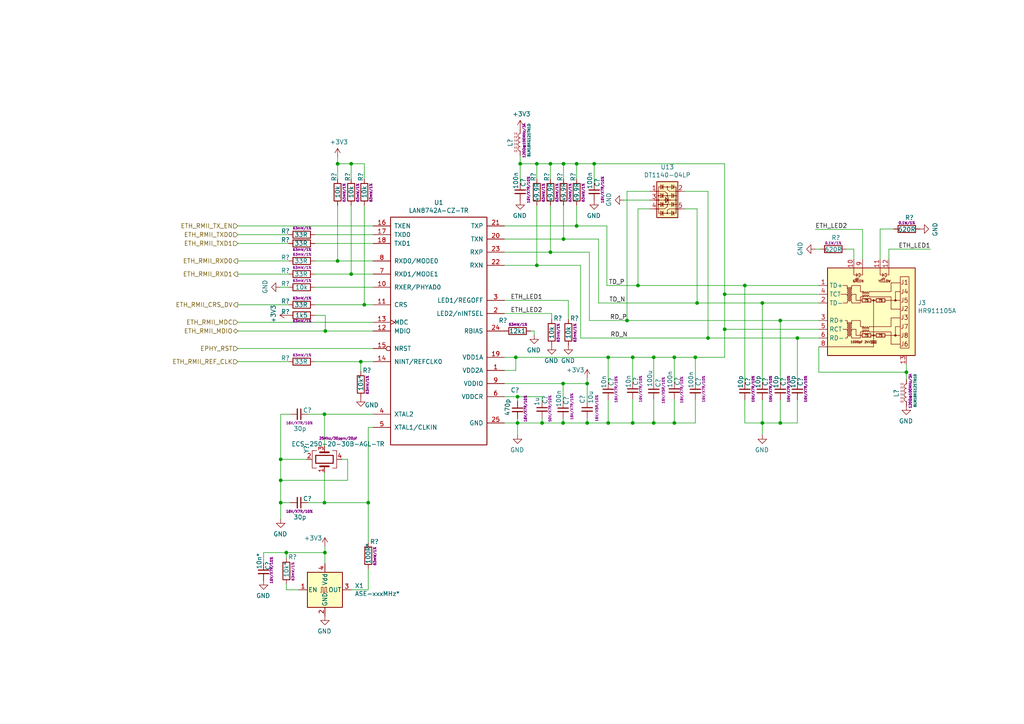
<source format=kicad_sch>
(kicad_sch (version 20231120) (generator "eeschema") (generator_version "8.0")
  (paper "A4")
  (title_block (title "Buddy") (date "2019-10-24") (rev "v1.0.0") (company "PRUSA Research s.r.o.") (comment 1 "http://creativecommons.org/licenses/by-sa/4.0/") (comment 2 "Licensed under the Attribution-ShareAlike 4.0 International (CC BY-SA 4.0)"))
  (lib_symbols
    (symbol "BUDDY_v1.0.0-rescue:+3V3-power" (power) (pin_names (offset 0))
      (property "Value" "power:+3V3" (at 0 3.556 0))
      (symbol "+3V3-power_1_1"
        (pin power_in line (at 0 0 90) (length 0) hide (name "+3V3") (number "1"))
      )
    )
    (symbol "BUDDY_v1.0.0-rescue:DT1140-04LP-Power_Protection" (pin_names (offset 1.016))
      (property "Reference" "U" (at -6.985 -2.54 0))
      (property "Value" "Power_Protection:DT1140-04LP" (at 6.35 1.27 90))
      (symbol "DT1140-04LP-Power_Protection_1_1"
        (pin passive line (at -2.54 -5.08 90) (length 2.54) (name "~") (number "1"))
        (pin passive line (at -2.54 5.08 270) (length 2.54) (name "~") (number "2"))
        (pin passive line (at 0 -5.08 90) (length 2.54) (name "~") (number "3"))
        (pin passive line (at 2.54 -5.08 90) (length 2.54) (name "~") (number "4"))
        (pin passive line (at 2.54 5.08 270) (length 2.54) (name "~") (number "5"))
      )
    )
    (symbol "BUDDY_v1.0.0-rescue:GND-power" (power) (pin_names (offset 0))
      (property "Value" "power:GND" (at 0 -3.81 0))
      (symbol "GND-power_1_1"
        (pin power_in line (at 0 0 270) (length 0) hide (name "GND") (number "1"))
      )
    )
    (symbol "BUDDY_v1.0.0-rescue:HR911105-Connector"
      (property "Reference" "J" (at 12.7 13.97 0))
      (property "Value" "Connector:HR911105" (at 0 -13.97 0))
      (symbol "HR911105-Connector_0_0"
        (text "1000pF 2kV" (at 3.175 -8.763 0) (effects (font (size 0.635 0.635))))
        (text "75" (at -2.667 -6.858 0) (effects (font (size 0.635 0.635))))
        (text "75" (at -2.667 3.302 0) (effects (font (size 0.635 0.635))))
        (text "75" (at 1.397 -6.858 0) (effects (font (size 0.635 0.635))))
        (text "75" (at 1.397 3.302 0) (effects (font (size 0.635 0.635))))
        (text "GREEN" (at 3.81 8.89 0) (effects (font (size 0.635 0.635))))
        (text "J1" (at -10.795 8.509 0) (effects (font (size 1.27 1.27)) (justify left)))
        (text "J2" (at -10.795 0.889 0) (effects (font (size 1.27 1.27)) (justify left)))
        (text "J3" (at -10.795 -1.651 0) (effects (font (size 1.27 1.27)) (justify left)))
        (text "J4" (at -10.795 5.842 0) (effects (font (size 1.27 1.27)) (justify left)))
        (text "J5" (at -10.795 3.302 0) (effects (font (size 1.27 1.27)) (justify left)))
        (text "J6" (at -10.795 -9.398 0) (effects (font (size 1.27 1.27)) (justify left)))
        (text "J7" (at -10.795 -4.318 0) (effects (font (size 1.27 1.27)) (justify left)))
        (text "J8" (at -10.795 -6.858 0) (effects (font (size 1.27 1.27)) (justify left)))
        (text "YELLOW" (at -3.81 8.89 0) (effects (font (size 0.635 0.635))))
      )
      (symbol "HR911105-Connector_1_1"
        (pin passive line (at 15.24 7.62 180) (length 2.54) (name "TD+") (number "1"))
        (pin passive line (at 5.08 15.24 270) (length 2.54) (name "~") (number "10"))
        (pin passive line (at -2.54 15.24 270) (length 2.54) (name "~") (number "11"))
        (pin passive line (at -5.08 15.24 270) (length 2.54) (name "~") (number "12"))
        (pin passive line (at -10.16 -15.24 90) (length 2.54) (name "~") (number "13"))
        (pin passive line (at 15.24 2.54 180) (length 2.54) (name "TD-") (number "2"))
        (pin passive line (at 15.24 -2.54 180) (length 2.54) (name "RD+") (number "3"))
        (pin passive line (at 15.24 5.08 180) (length 2.54) (name "TCT") (number "4"))
        (pin passive line (at 15.24 -5.08 180) (length 2.54) (name "RCT") (number "5"))
        (pin passive line (at 15.24 -7.62 180) (length 2.54) (name "RD-") (number "6"))
        (pin passive line (at 15.24 -10.16 180) (length 2.54) (name "~") (number "8"))
        (pin passive line (at 2.54 15.24 270) (length 2.54) (name "~") (number "9"))
      )
    )
    (symbol "BUDDY_v1.0.0-rescue:LAN8742A-CZ-TR-Interface_Ethernet" (pin_names (offset 1.016))
      (property "Reference" "U" (at -7.62 28.575 0))
      (property "Value" "Interface_Ethernet:LAN8742A-CZ-TR" (at -7.62 26.67 0))
      (symbol "LAN8742A-CZ-TR-Interface_Ethernet_1_1"
        (pin power_in line (at 17.78 -19.05 180) (length 5.08) (name "VDD2A") (number "1"))
        (pin output line (at -20.32 5.08 0) (length 5.08) (name "RXER/PHYAD0") (number "10"))
        (pin bidirectional line (at -20.32 0 0) (length 5.08) (name "CRS") (number "11"))
        (pin bidirectional line (at -20.32 -7.62 0) (length 5.08) (name "MDIO") (number "12"))
        (pin input clock (at -20.32 -5.08 0) (length 5.08) (name "MDC") (number "13"))
        (pin output line (at -20.32 -16.51 0) (length 5.08) (name "NINT/REFCLK0") (number "14"))
        (pin input inverted (at -20.32 -12.7 0) (length 5.08) (name "NRST") (number "15"))
        (pin input line (at -20.32 22.86 0) (length 5.08) (name "TXEN") (number "16"))
        (pin input line (at -20.32 20.32 0) (length 5.08) (name "TXD0") (number "17"))
        (pin input line (at -20.32 17.78 0) (length 5.08) (name "TXD1") (number "18"))
        (pin power_in line (at 17.78 -15.24 180) (length 5.08) (name "VDD1A") (number "19"))
        (pin bidirectional line (at 17.78 -2.54 180) (length 5.08) (name "LED2/nINTSEL") (number "2"))
        (pin output line (at 17.78 19.05 180) (length 5.08) (name "TXN") (number "20"))
        (pin output line (at 17.78 22.86 180) (length 5.08) (name "TXP") (number "21"))
        (pin output line (at 17.78 11.43 180) (length 5.08) (name "RXN") (number "22"))
        (pin output line (at 17.78 15.24 180) (length 5.08) (name "RXP") (number "23"))
        (pin input line (at 17.78 -7.62 180) (length 5.08) (name "RBIAS") (number "24"))
        (pin power_in line (at 17.78 -34.29 180) (length 5.08) (name "GND") (number "25"))
        (pin bidirectional line (at 17.78 1.27 180) (length 5.08) (name "LED1/REGOFF") (number "3"))
        (pin passive line (at -20.32 -31.75 0) (length 5.08) (name "XTAL2") (number "4"))
        (pin passive line (at -20.32 -35.56 0) (length 5.08) (name "XTAL1/CLKIN") (number "5"))
        (pin power_in line (at 17.78 -26.67 180) (length 5.08) (name "VDDCR") (number "6"))
        (pin output line (at -20.32 8.89 0) (length 5.08) (name "RXD1/MODE1") (number "7"))
        (pin output line (at -20.32 12.7 0) (length 5.08) (name "RXD0/MODE0") (number "8"))
        (pin power_in line (at 17.78 -22.86 180) (length 5.08) (name "VDDIO") (number "9"))
      )
    )
    (symbol "BUDDY_v1.0.0-rescue:L_Core_Ferrite-Device" (pin_numbers hide) (pin_names (offset 1.016) hide)
      (property "Reference" "L" (at -1.27 0 90))
      (property "Value" "Device:L_Core_Ferrite" (at 2.794 0 90))
      (symbol "L_Core_Ferrite-Device_1_1"
        (pin passive line (at 0 3.81 270) (length 1.27) (name "1") (number "1"))
        (pin passive line (at 0 -3.81 90) (length 1.27) (name "2") (number "2"))
      )
    )
    (symbol "Device:C_Small" (pin_numbers hide) (pin_names (offset 0.254) hide)
      (property "Reference" "C" (at 0.254 1.778 0))
      (property "Value" "C_Small" (at 0.254 -2.032 0))
      (symbol "C_Small_1_1"
        (pin passive line (at 0 2.54 270) (length 2.032) (name "~") (number "1"))
        (pin passive line (at 0 -2.54 90) (length 2.032) (name "~") (number "2"))
      )
    )
    (symbol "Device:Crystal_GND24" (pin_names (offset 1.016) hide)
      (property "Reference" "Y" (at 3.175 5.08 0))
      (property "Value" "Crystal_GND24" (at 3.175 3.175 0))
      (symbol "Crystal_GND24_1_1"
        (pin passive line (at -3.81 0 0) (length 1.27) (name "1") (number "1"))
        (pin passive line (at 0 5.08 270) (length 1.27) (name "2") (number "2"))
        (pin passive line (at 3.81 0 180) (length 1.27) (name "3") (number "3"))
        (pin passive line (at 0 -5.08 90) (length 1.27) (name "4") (number "4"))
      )
    )
    (symbol "Device:R" (pin_numbers hide) (pin_names (offset 0))
      (property "Reference" "R" (at 2.032 0 90))
      (property "Value" "R" (at 0 0 90))
      (symbol "R_1_1"
        (pin passive line (at 0 3.81 270) (length 1.27) (name "~") (number "1"))
        (pin passive line (at 0 -3.81 90) (length 1.27) (name "~") (number "2"))
      )
    )
    (symbol "Oscillator:ASE-xxxMHz" (pin_names (offset 0.254))
      (property "Reference" "X" (at -5.08 6.35 0))
      (property "Value" "ASE-xxxMHz" (at 1.27 -6.35 0))
      (symbol "ASE-xxxMHz_1_1"
        (pin input line (at -7.62 0 0) (length 2.54) (name "EN") (number "1"))
        (pin power_in line (at 0 -7.62 90) (length 2.54) (name "GND") (number "2"))
        (pin output line (at 7.62 0 180) (length 2.54) (name "OUT") (number "3"))
        (pin power_in line (at 0 7.62 270) (length 2.54) (name "Vdd") (number "4"))
      )
    )
  )
  (junction (at 157.226 122.682))
  (junction (at 163.322 122.682))
  (junction (at 221.107 122.682))
  (junction (at 94.107 145.796))
  (junction (at 150.876 47.498))
  (junction (at 81.407 133.223))
  (junction (at 159.639 73.152))
  (junction (at 231.267 98.044))
  (junction (at 216.027 82.804))
  (junction (at 94.234 160.274))
  (junction (at 155.702 47.498))
  (junction (at 167.259 47.498))
  (junction (at 83.058 160.274))
  (junction (at 97.917 75.692))
  (junction (at 150.114 115.062))
  (junction (at 172.339 47.498))
  (junction (at 176.403 122.682))
  (junction (at 226.314 92.964))
  (junction (at 163.449 47.498))
  (junction (at 149.606 103.632))
  (junction (at 81.407 139.319))
  (junction (at 183.515 122.682))
  (junction (at 210.185 85.344))
  (junction (at 97.917 47.498))
  (junction (at 176.403 103.632))
  (junction (at 170.307 122.682))
  (junction (at 210.185 95.504))
  (junction (at 205.359 98.044))
  (junction (at 189.611 122.682))
  (junction (at 170.307 111.252))
  (junction (at 195.58 122.682))
  (junction (at 221.107 87.884))
  (junction (at 167.259 65.532))
  (junction (at 163.449 69.342))
  (junction (at 150.114 122.682))
  (junction (at 195.58 103.632))
  (junction (at 101.854 47.498))
  (junction (at 181.864 92.964))
  (junction (at 94.107 120.142))
  (junction (at 155.702 76.962))
  (junction (at 159.639 47.498))
  (junction (at 81.407 145.796))
  (junction (at 106.807 145.796))
  (junction (at 163.322 111.252))
  (junction (at 185.039 82.804))
  (junction (at 202.184 87.884))
  (junction (at 105.664 88.392))
  (junction (at 262.89 107.95))
  (junction (at 104.648 104.902))
  (junction (at 226.314 122.682))
  (junction (at 183.515 103.632))
  (junction (at 201.676 103.632))
  (junction (at 94.361 96.012))
  (junction (at 189.611 103.632))
  (junction (at 101.854 79.502))
  (wire (pts (xy 188.468 55.499) (xy 181.864 55.499)))
  (wire (pts (xy 150.114 122.682) (xy 150.114 121.412)))
  (wire (pts (xy 167.259 65.532) (xy 176.022 65.532)))
  (wire (pts (xy 146.304 65.532) (xy 167.259 65.532)))
  (wire (pts (xy 183.515 122.682) (xy 189.611 122.682)))
  (wire (pts (xy 150.114 122.682) (xy 150.114 126.111)))
  (wire (pts (xy 247.65 75.184) (xy 247.65 72.263)))
  (wire (pts (xy 83.058 160.274) (xy 94.234 160.274)))
  (wire (pts (xy 83.058 171.069) (xy 83.058 169.418)))
  (wire (pts (xy 97.917 75.692) (xy 91.313 75.692)))
  (wire (pts (xy 94.107 129.413) (xy 94.107 120.142)))
  (wire (pts (xy 146.304 90.932) (xy 160.02 90.932)))
  (wire (pts (xy 154.94 97.155) (xy 154.94 96.012)))
  (wire (pts (xy 221.107 122.682) (xy 221.107 126.111)))
  (wire (pts (xy 108.204 83.312) (xy 91.313 83.312)))
  (wire (pts (xy 83.693 79.502) (xy 68.961 79.502)))
  (wire (pts (xy 81.407 139.319) (xy 81.407 133.223)))
  (wire (pts (xy 94.107 120.142) (xy 108.204 120.142)))
  (wire (pts (xy 195.58 115.824) (xy 195.58 122.682)))
  (wire (pts (xy 100.838 139.319) (xy 81.407 139.319)))
  (wire (pts (xy 163.449 51.943) (xy 163.449 47.498)))
  (wire (pts (xy 101.854 171.069) (xy 106.807 171.069)))
  (wire (pts (xy 81.407 120.142) (xy 84.201 120.142)))
  (wire (pts (xy 101.854 47.498) (xy 105.664 47.498)))
  (wire (pts (xy 226.314 122.682) (xy 231.267 122.682)))
  (wire (pts (xy 189.611 103.632) (xy 195.58 103.632)))
  (wire (pts (xy 216.027 122.682) (xy 221.107 122.682)))
  (wire (pts (xy 163.449 47.498) (xy 167.259 47.498)))
  (wire (pts (xy 105.664 88.392) (xy 91.313 88.392)))
  (wire (pts (xy 164.846 87.122) (xy 164.846 92.583)))
  (wire (pts (xy 150.114 122.682) (xy 157.226 122.682)))
  (wire (pts (xy 101.854 59.563) (xy 101.854 79.502)))
  (wire (pts (xy 153.924 96.012) (xy 154.94 96.012)))
  (wire (pts (xy 159.639 47.498) (xy 163.449 47.498)))
  (wire (pts (xy 94.361 96.012) (xy 68.961 96.012)))
  (wire (pts (xy 188.468 58.039) (xy 180.975 58.039)))
  (wire (pts (xy 176.403 122.682) (xy 183.515 122.682)))
  (wire (pts (xy 108.204 101.092) (xy 68.961 101.092)))
  (wire (pts (xy 195.58 110.744) (xy 195.58 103.632)))
  (wire (pts (xy 262.89 105.664) (xy 262.89 107.95)))
  (wire (pts (xy 146.304 87.122) (xy 164.846 87.122)))
  (wire (pts (xy 172.339 47.498) (xy 210.185 47.498)))
  (wire (pts (xy 83.693 68.072) (xy 68.961 68.072)))
  (wire (pts (xy 94.361 91.44) (xy 94.361 96.012)))
  (wire (pts (xy 231.267 110.871) (xy 231.267 98.044)))
  (wire (pts (xy 146.304 107.442) (xy 149.606 107.442)))
  (wire (pts (xy 172.339 53.086) (xy 172.339 47.498)))
  (wire (pts (xy 257.81 72.263) (xy 269.875 72.263)))
  (wire (pts (xy 221.107 110.871) (xy 221.107 87.884)))
  (wire (pts (xy 106.807 145.796) (xy 106.807 123.952)))
  (wire (pts (xy 237.871 72.263) (xy 236.474 72.263)))
  (wire (pts (xy 106.807 157.353) (xy 106.807 145.796)))
  (wire (pts (xy 188.468 60.579) (xy 185.039 60.579)))
  (wire (pts (xy 237.49 107.95) (xy 262.89 107.95)))
  (wire (pts (xy 236.474 66.548) (xy 250.19 66.548)))
  (wire (pts (xy 150.876 47.498) (xy 155.702 47.498)))
  (wire (pts (xy 83.693 70.612) (xy 68.961 70.612)))
  (wire (pts (xy 201.676 103.632) (xy 210.185 103.632)))
  (wire (pts (xy 198.628 60.579) (xy 202.184 60.579)))
  (wire (pts (xy 170.942 73.152) (xy 170.942 92.964)))
  (wire (pts (xy 163.322 122.682) (xy 163.322 121.412)))
  (wire (pts (xy 108.204 70.612) (xy 91.313 70.612)))
  (wire (pts (xy 195.58 122.682) (xy 189.611 122.682)))
  (wire (pts (xy 105.664 59.563) (xy 105.664 88.392)))
  (wire (pts (xy 108.204 79.502) (xy 101.854 79.502)))
  (wire (pts (xy 168.402 98.044) (xy 205.359 98.044)))
  (wire (pts (xy 83.693 75.692) (xy 68.961 75.692)))
  (wire (pts (xy 101.854 51.943) (xy 101.854 47.498)))
  (wire (pts (xy 146.304 122.682) (xy 150.114 122.682)))
  (wire (pts (xy 231.267 98.044) (xy 237.49 98.044)))
  (wire (pts (xy 173.609 87.884) (xy 202.184 87.884)))
  (wire (pts (xy 176.403 110.871) (xy 176.403 103.632)))
  (wire (pts (xy 108.204 88.392) (xy 105.664 88.392)))
  (wire (pts (xy 210.185 85.344) (xy 237.49 85.344)))
  (wire (pts (xy 176.403 115.951) (xy 176.403 122.682)))
  (wire (pts (xy 216.027 115.951) (xy 216.027 122.682)))
  (wire (pts (xy 97.917 59.563) (xy 97.917 75.692)))
  (wire (pts (xy 108.204 93.472) (xy 68.961 93.472)))
  (wire (pts (xy 106.807 123.952) (xy 108.204 123.952)))
  (wire (pts (xy 205.359 55.499) (xy 205.359 98.044)))
  (wire (pts (xy 146.304 73.152) (xy 159.639 73.152)))
  (wire (pts (xy 205.359 98.044) (xy 231.267 98.044)))
  (wire (pts (xy 159.639 59.563) (xy 159.639 73.152)))
  (wire (pts (xy 183.515 110.744) (xy 183.515 103.632)))
  (wire (pts (xy 170.307 109.728) (xy 170.307 111.252)))
  (wire (pts (xy 221.107 122.682) (xy 226.314 122.682)))
  (wire (pts (xy 250.19 66.548) (xy 250.19 75.184)))
  (wire (pts (xy 104.648 104.902) (xy 108.204 104.902)))
  (wire (pts (xy 221.107 87.884) (xy 237.49 87.884)))
  (wire (pts (xy 104.648 107.696) (xy 104.648 104.902)))
  (wire (pts (xy 255.27 75.184) (xy 255.27 66.421)))
  (wire (pts (xy 210.185 85.344) (xy 210.185 95.504)))
  (wire (pts (xy 149.606 107.442) (xy 149.606 103.632)))
  (wire (pts (xy 108.204 96.012) (xy 94.361 96.012)))
  (wire (pts (xy 167.259 59.563) (xy 167.259 65.532)))
  (wire (pts (xy 170.307 116.205) (xy 170.307 111.252)))
  (wire (pts (xy 97.917 47.498) (xy 97.917 45.593)))
  (wire (pts (xy 262.89 107.95) (xy 262.89 110.109)))
  (wire (pts (xy 195.58 103.632) (xy 201.676 103.632)))
  (wire (pts (xy 155.702 76.962) (xy 168.402 76.962)))
  (wire (pts (xy 226.314 110.871) (xy 226.314 92.964)))
  (wire (pts (xy 216.027 82.804) (xy 237.49 82.804)))
  (wire (pts (xy 183.515 115.824) (xy 183.515 122.682)))
  (wire (pts (xy 255.27 66.421) (xy 259.207 66.421)))
  (wire (pts (xy 185.039 82.804) (xy 216.027 82.804)))
  (wire (pts (xy 81.407 133.223) (xy 81.407 120.142)))
  (wire (pts (xy 163.322 122.682) (xy 170.307 122.682)))
  (wire (pts (xy 167.259 47.498) (xy 172.339 47.498)))
  (wire (pts (xy 181.864 92.964) (xy 226.314 92.964)))
  (wire (pts (xy 150.876 47.498) (xy 150.876 45.085)))
  (wire (pts (xy 81.407 145.796) (xy 81.407 139.319)))
  (wire (pts (xy 157.226 122.682) (xy 163.322 122.682)))
  (wire (pts (xy 159.639 51.943) (xy 159.639 47.498)))
  (wire (pts (xy 155.702 47.498) (xy 159.639 47.498)))
  (wire (pts (xy 150.114 116.332) (xy 150.114 115.062)))
  (wire (pts (xy 201.676 122.682) (xy 195.58 122.682)))
  (wire (pts (xy 198.628 55.499) (xy 205.359 55.499)))
  (wire (pts (xy 170.307 121.285) (xy 170.307 122.682)))
  (wire (pts (xy 81.407 150.495) (xy 81.407 145.796)))
  (wire (pts (xy 150.114 115.062) (xy 146.304 115.062)))
  (wire (pts (xy 94.107 145.796) (xy 89.281 145.796)))
  (wire (pts (xy 202.184 87.884) (xy 221.107 87.884)))
  (wire (pts (xy 106.807 171.069) (xy 106.807 164.973)))
  (wire (pts (xy 181.864 55.499) (xy 181.864 92.964)))
  (wire (pts (xy 83.693 104.902) (xy 68.961 104.902)))
  (wire (pts (xy 83.058 161.798) (xy 83.058 160.274)))
  (wire (pts (xy 226.314 115.951) (xy 226.314 122.682)))
  (wire (pts (xy 108.204 75.692) (xy 97.917 75.692)))
  (wire (pts (xy 173.609 69.342) (xy 173.609 87.884)))
  (wire (pts (xy 202.184 60.579) (xy 202.184 87.884)))
  (wire (pts (xy 210.185 95.504) (xy 237.49 95.504)))
  (wire (pts (xy 94.107 137.033) (xy 94.107 145.796)))
  (wire (pts (xy 105.664 51.943) (xy 105.664 47.498)))
  (wire (pts (xy 99.187 133.223) (xy 100.838 133.223)))
  (wire (pts (xy 149.606 103.632) (xy 146.304 103.632)))
  (wire (pts (xy 146.304 69.342) (xy 163.449 69.342)))
  (wire (pts (xy 86.614 171.069) (xy 83.058 171.069)))
  (wire (pts (xy 176.022 82.804) (xy 185.039 82.804)))
  (wire (pts (xy 163.449 69.342) (xy 173.609 69.342)))
  (wire (pts (xy 170.942 92.964) (xy 181.864 92.964)))
  (wire (pts (xy 216.027 110.871) (xy 216.027 82.804)))
  (wire (pts (xy 91.313 104.902) (xy 104.648 104.902)))
  (wire (pts (xy 168.402 76.962) (xy 168.402 98.044)))
  (wire (pts (xy 76.454 160.274) (xy 83.058 160.274)))
  (wire (pts (xy 157.226 115.062) (xy 157.226 116.205)))
  (wire (pts (xy 231.267 122.682) (xy 231.267 115.951)))
  (wire (pts (xy 89.027 133.223) (xy 81.407 133.223)))
  (wire (pts (xy 94.107 120.142) (xy 89.281 120.142)))
  (wire (pts (xy 159.639 73.152) (xy 170.942 73.152)))
  (wire (pts (xy 247.65 72.263) (xy 245.491 72.263)))
  (wire (pts (xy 226.314 92.964) (xy 237.49 92.964)))
  (wire (pts (xy 101.854 79.502) (xy 91.313 79.502)))
  (wire (pts (xy 183.515 103.632) (xy 189.611 103.632)))
  (wire (pts (xy 163.322 116.332) (xy 163.322 111.252)))
  (wire (pts (xy 91.313 91.44) (xy 94.361 91.44)))
  (wire (pts (xy 189.611 110.871) (xy 189.611 103.632)))
  (wire (pts (xy 237.49 100.584) (xy 237.49 107.95)))
  (wire (pts (xy 81.407 145.796) (xy 84.201 145.796)))
  (wire (pts (xy 150.114 115.062) (xy 157.226 115.062)))
  (wire (pts (xy 83.693 88.392) (xy 68.961 88.392)))
  (wire (pts (xy 201.676 115.951) (xy 201.676 122.682)))
  (wire (pts (xy 170.307 111.252) (xy 163.322 111.252)))
  (wire (pts (xy 155.702 51.943) (xy 155.702 47.498)))
  (wire (pts (xy 146.304 76.962) (xy 155.702 76.962)))
  (wire (pts (xy 155.702 59.563) (xy 155.702 76.962)))
  (wire (pts (xy 157.226 122.682) (xy 157.226 121.285)))
  (wire (pts (xy 163.322 111.252) (xy 146.304 111.252)))
  (wire (pts (xy 176.022 65.532) (xy 176.022 82.804)))
  (wire (pts (xy 94.234 158.496) (xy 94.234 160.274)))
  (wire (pts (xy 221.107 115.951) (xy 221.107 122.682)))
  (wire (pts (xy 210.185 95.504) (xy 210.185 103.632)))
  (wire (pts (xy 170.307 122.682) (xy 176.403 122.682)))
  (wire (pts (xy 94.234 160.274) (xy 94.234 163.449)))
  (wire (pts (xy 108.204 68.072) (xy 91.313 68.072)))
  (wire (pts (xy 185.039 60.579) (xy 185.039 82.804)))
  (wire (pts (xy 176.403 103.632) (xy 183.515 103.632)))
  (wire (pts (xy 97.917 51.943) (xy 97.917 47.498)))
  (wire (pts (xy 97.917 47.498) (xy 101.854 47.498)))
  (wire (pts (xy 108.204 65.532) (xy 68.961 65.532)))
  (wire (pts (xy 83.693 83.312) (xy 81.28 83.312)))
  (wire (pts (xy 100.838 133.223) (xy 100.838 139.319)))
  (wire (pts (xy 160.02 90.932) (xy 160.02 92.583)))
  (wire (pts (xy 163.449 59.563) (xy 163.449 69.342)))
  (wire (pts (xy 257.81 75.184) (xy 257.81 72.263)))
  (wire (pts (xy 189.611 115.951) (xy 189.611 122.682)))
  (wire (pts (xy 167.259 47.498) (xy 167.259 51.943)))
  (wire (pts (xy 150.876 53.086) (xy 150.876 47.498)))
  (wire (pts (xy 76.454 163.322) (xy 76.454 160.274)))
  (wire (pts (xy 149.606 103.632) (xy 176.403 103.632)))
  (wire (pts (xy 210.185 47.498) (xy 210.185 85.344)))
  (wire (pts (xy 201.676 103.632) (xy 201.676 110.871)))
  (wire (pts (xy 94.107 145.796) (xy 106.807 145.796)))
  (label "TD_N" (at 176.657 87.884 0))
  (label "ETH_LED1" (at 157.353 87.122 180))
  (label "ETH_LED2" (at 157.353 90.932 180))
  (label "RD_N" (at 177.038 98.044 0))
  (label "ETH_LED1" (at 269.875 72.263 180))
  (label "RD_P" (at 176.911 92.964 0))
  (label "ETH_LED2" (at 236.474 66.548 0))
  (label "TD_P" (at 176.53 82.804 0))
  (hierarchical_label "ETH_RMII_CRS_DV" (shape output) (at 68.961 88.392 180))
  (hierarchical_label "ETH_RMII_REF_CLK" (shape input) (at 68.961 104.902 180))
  (hierarchical_label "ETH_RMII_TX_EN" (shape input) (at 68.961 65.532 180))
  (hierarchical_label "ETH_RMII_RXD0" (shape output) (at 68.961 75.692 180))
  (hierarchical_label "ETH_RMII_MDIO" (shape bidirectional) (at 68.961 96.012 180))
  (hierarchical_label "ETH_RMII_RXD1" (shape output) (at 68.961 79.502 180))
  (hierarchical_label "EPHY_RST" (shape input) (at 68.961 101.092 180))
  (hierarchical_label "ETH_RMII_MDC" (shape input) (at 68.961 93.472 180))
  (hierarchical_label "ETH_RMII_TXD1" (shape input) (at 68.961 70.612 180))
  (hierarchical_label "ETH_RMII_TXD0" (shape input) (at 68.961 68.072 180))
  (symbol (lib_id "BUDDY_v1.0.0-rescue:LAN8742A-CZ-TR-Interface_Ethernet") (at 128.524 88.392 0) (unit 1)
    (property "Reference" "U1" (at 127.254 58.7502 0))
    (property "Value" "LAN8742A-CZ-TR" (at 127.254 61.0616 0))
    (property "Footprint" "Package_DFN_QFN:VQFN-24-1EP_4x4mm_P0.5mm_EP2.45x2.45mm_ThermalVias" (effects (hide yes)))
  )
  (symbol (lib_id "Device:R") (at 155.702 55.753 0) (unit 1)
    (property "Reference" "R?" (at 154.686 52.578 90) (effects (justify left)))
    (property "Value" "49.9R" (at 155.702 58.674 90) (effects (justify left)))
    (property "Footprint" "A3IDES_footprints:R_0402_1005Metric" (effects (hide yes)))
    (property "req" "63mW/1%" (at 157.607 55.88 90) (effects (font (size 0.7112 0.7112))))
    (instances (project "" (path "" (reference "R?") (unit 1)) (path "" (reference "R37") (unit 1))))
  )
  (symbol (lib_id "Device:R") (at 159.639 55.753 0) (unit 1)
    (property "Reference" "R?" (at 158.623 52.578 90) (effects (justify left)))
    (property "Value" "49.9R" (at 159.639 58.674 90) (effects (justify left)))
    (property "Footprint" "A3IDES_footprints:R_0402_1005Metric" (effects (hide yes)))
    (property "req" "63mW/1%" (at 161.544 55.88 90) (effects (font (size 0.7112 0.7112))))
    (instances (project "" (path "" (reference "R?") (unit 1)) (path "" (reference "R38") (unit 1))))
  )
  (symbol (lib_id "Device:R") (at 163.449 55.753 0) (unit 1)
    (property "Reference" "R?" (at 162.433 52.578 90) (effects (justify left)))
    (property "Value" "49.9R" (at 163.449 58.674 90) (effects (justify left)))
    (property "Footprint" "A3IDES_footprints:R_0402_1005Metric" (effects (hide yes)))
    (property "req" "63mW/1%" (at 165.354 55.88 90) (effects (font (size 0.7112 0.7112))))
    (instances (project "" (path "" (reference "R?") (unit 1)) (path "" (reference "R39") (unit 1))))
  )
  (symbol (lib_id "Device:R") (at 167.259 55.753 0) (unit 1)
    (property "Reference" "R?" (at 166.243 52.578 90) (effects (justify left)))
    (property "Value" "49.9R" (at 167.259 58.674 90) (effects (justify left)))
    (property "Footprint" "A3IDES_footprints:R_0402_1005Metric" (effects (hide yes)))
    (property "req" "63mW/1%" (at 169.164 55.88 90) (effects (font (size 0.7112 0.7112))))
    (instances (project "" (path "" (reference "R?") (unit 1)) (path "" (reference "R40") (unit 1))))
  )
  (symbol (lib_id "BUDDY_v1.0.0-rescue:+3V3-power") (at 150.876 37.465 0) (unit 1)
    (property "Reference" "#PWR040" (effects (hide yes)))
    (property "Value" "+3V3" (at 151.257 33.0708 0))
  )
  (symbol (lib_id "Device:R") (at 97.917 55.753 0) (unit 1)
    (property "Reference" "R?" (at 96.901 52.578 90) (effects (justify left)))
    (property "Value" "10k" (at 97.917 57.531 90) (effects (justify left)))
    (property "Footprint" "A3IDES_footprints:R_0402_1005Metric" (effects (hide yes)))
    (property "req" "63mW/1%" (at 99.822 55.88 90) (effects (font (size 0.7112 0.7112))))
    (instances (project "" (path "" (reference "R?") (unit 1)) (path "" (reference "R33") (unit 1))))
  )
  (symbol (lib_id "Device:R") (at 101.854 55.753 0) (unit 1)
    (property "Reference" "R?" (at 100.838 52.578 90) (effects (justify left)))
    (property "Value" "10k" (at 101.854 57.531 90) (effects (justify left)))
    (property "Footprint" "A3IDES_footprints:R_0402_1005Metric" (effects (hide yes)))
    (property "req" "63mW/1%" (at 103.759 55.88 90) (effects (font (size 0.7112 0.7112))))
    (instances (project "" (path "" (reference "R?") (unit 1)) (path "" (reference "R34") (unit 1))))
  )
  (symbol (lib_id "Device:R") (at 105.664 55.753 0) (unit 1)
    (property "Reference" "R?" (at 104.648 52.578 90) (effects (justify left)))
    (property "Value" "10k" (at 105.664 57.531 90) (effects (justify left)))
    (property "Footprint" "A3IDES_footprints:R_0402_1005Metric" (effects (hide yes)))
    (property "req" "63mW/1%" (at 107.569 55.88 90) (effects (font (size 0.7112 0.7112))))
    (instances (project "" (path "" (reference "R?") (unit 1)) (path "" (reference "R35") (unit 1))))
  )
  (symbol (lib_id "BUDDY_v1.0.0-rescue:+3V3-power") (at 97.917 45.593 0) (unit 1)
    (property "Reference" "#PWR035" (effects (hide yes)))
    (property "Value" "+3V3" (at 98.298 41.1988 0))
  )
  (symbol (lib_id "Device:R") (at 87.503 75.692 90) (unit 1)
    (property "Reference" "R?" (at 84.074 74.676 90) (effects (justify left)))
    (property "Value" "33R" (at 89.281 75.692 90) (effects (justify left)))
    (property "Footprint" "A3IDES_footprints:R_0402_1005Metric" (effects (hide yes)))
    (property "req" "63mW/1%" (at 87.63 73.787 90) (effects (font (size 0.7112 0.7112))))
    (instances (project "" (path "" (reference "R?") (unit 1)) (path "" (reference "R24") (unit 1))))
  )
  (symbol (lib_id "Device:R") (at 87.503 79.502 90) (unit 1)
    (property "Reference" "R?" (at 84.074 78.486 90) (effects (justify left)))
    (property "Value" "33R" (at 89.281 79.502 90) (effects (justify left)))
    (property "Footprint" "A3IDES_footprints:R_0402_1005Metric" (effects (hide yes)))
    (property "req" "63mW/1%" (at 87.63 77.597 90) (effects (font (size 0.7112 0.7112))))
    (instances (project "" (path "" (reference "R?") (unit 1)) (path "" (reference "R25") (unit 1))))
  )
  (symbol (lib_id "Device:R") (at 87.503 83.312 90) (unit 1)
    (property "Reference" "R?" (at 84.074 82.296 90) (effects (justify left)))
    (property "Value" "10k" (at 89.281 83.312 90) (effects (justify left)))
    (property "Footprint" "A3IDES_footprints:R_0402_1005Metric" (effects (hide yes)))
    (property "req" "63mW/1%" (at 87.63 81.407 90) (effects (font (size 0.7112 0.7112))))
    (instances (project "" (path "" (reference "R?") (unit 1)) (path "" (reference "R26") (unit 1))))
  )
  (symbol (lib_id "Device:R") (at 87.503 88.392 90) (unit 1)
    (property "Reference" "R?" (at 84.074 87.376 90) (effects (justify left)))
    (property "Value" "33R" (at 89.281 88.392 90) (effects (justify left)))
    (property "Footprint" "A3IDES_footprints:R_0402_1005Metric" (effects (hide yes)))
    (property "req" "63mW/1%" (at 87.63 86.487 90) (effects (font (size 0.7112 0.7112))))
    (instances (project "" (path "" (reference "R?") (unit 1)) (path "" (reference "R27") (unit 1))))
  )
  (symbol (lib_id "Device:R") (at 87.503 91.44 90) (unit 1)
    (property "Reference" "R?" (at 84.074 90.424 90) (effects (justify left)))
    (property "Value" "1k5" (at 89.281 91.44 90) (effects (justify left)))
    (property "Footprint" "A3IDES_footprints:R_0402_1005Metric" (effects (hide yes)))
    (property "req" "63mW/1%" (at 87.63 93.091 90) (effects (font (size 0.7112 0.7112))))
    (instances (project "" (path "" (reference "R?") (unit 1)) (path "" (reference "R30") (unit 1))))
  )
  (symbol (lib_id "Device:R") (at 87.503 104.902 90) (unit 1)
    (property "Reference" "R?" (at 84.074 103.886 90) (effects (justify left)))
    (property "Value" "33R" (at 89.281 104.902 90) (effects (justify left)))
    (property "Footprint" "A3IDES_footprints:R_0402_1005Metric" (effects (hide yes)))
    (property "req" "63mW/1%" (at 87.63 102.997 90) (effects (font (size 0.7112 0.7112))))
    (instances (project "" (path "" (reference "R?") (unit 1)) (path "" (reference "R32") (unit 1))))
  )
  (symbol (lib_id "BUDDY_v1.0.0-rescue:+3V3-power") (at 83.693 91.44 90) (unit 1)
    (property "Reference" "#PWR030" (effects (hide yes)))
    (property "Value" "+3V3" (at 79.2988 91.059 0))
  )
  (symbol (lib_id "Device:R") (at 150.114 96.012 90) (unit 1)
    (property "Reference" "R?" (at 147.193 92.964 90) (effects (justify left)))
    (property "Value" "12k1" (at 152.527 96.012 90) (effects (justify left)))
    (property "Footprint" "A3IDES_footprints:R_0402_1005Metric" (effects (hide yes)))
    (property "req" "63mW/1%" (at 150.241 94.107 90) (effects (font (size 0.7112 0.7112))))
    (instances (project "" (path "" (reference "R?") (unit 1)) (path "" (reference "R36") (unit 1))))
  )
  (symbol (lib_id "Device:C_Small") (at 86.741 120.142 270) (unit 1)
    (property "Reference" "C?" (at 87.884 118.999 90) (effects (justify left)))
    (property "Value" "30p" (at 85.09 124.333 90) (effects (justify left)))
    (property "Footprint" "A3IDES_footprints:C_0402_1005Metric" (effects (hide yes)))
    (property "req" "16V/X7R/10%" (at 82.931 122.682 90) (effects (font (size 0.7112 0.7112)) (justify left)))
    (instances (project "" (path "" (reference "C?") (unit 1)) (path "" (reference "C?") (unit 1)) (path "" (reference "C17") (unit 1)) (path "" (reference "C?") (unit 1))))
  )
  (symbol (lib_id "Device:C_Small") (at 86.741 145.796 270) (unit 1)
    (property "Reference" "C?" (at 87.884 144.653 90) (effects (justify left)))
    (property "Value" "30p" (at 85.09 149.987 90) (effects (justify left)))
    (property "Footprint" "A3IDES_footprints:C_0402_1005Metric" (effects (hide yes)))
    (property "req" "16V/X7R/10%" (at 82.931 148.336 90) (effects (font (size 0.7112 0.7112)) (justify left)))
    (instances (project "" (path "" (reference "C?") (unit 1)) (path "" (reference "C?") (unit 1)) (path "" (reference "C56") (unit 1)) (path "" (reference "C?") (unit 1))))
  )
  (symbol (lib_id "Device:C_Small") (at 150.114 118.872 0) (unit 1)
    (property "Reference" "C?" (at 148.082 113.157 0) (effects (justify left)))
    (property "Value" "470p" (at 147.193 120.65 90) (effects (justify left)))
    (property "Footprint" "A3IDES_footprints:C_0402_1005Metric" (effects (hide yes)))
    (property "req" "16V/X7R/10%" (at 152.4 122.428 90) (effects (font (size 0.7112 0.7112)) (justify left)))
    (instances (project "" (path "" (reference "C?") (unit 1)) (path "" (reference "C?") (unit 1)) (path "" (reference "C57") (unit 1)) (path "" (reference "C?") (unit 1))))
  )
  (symbol (lib_id "Device:C_Small") (at 157.226 118.745 0) (unit 1)
    (property "Reference" "C?" (at 158.115 117.221 90) (effects (justify left)))
    (property "Value" "1u" (at 155.702 117.729 90) (effects (justify left)))
    (property "Footprint" "A3IDES_footprints:C_0603_1608Metric" (effects (hide yes)))
    (property "req" "50V/X7R/10%" (at 159.512 122.428 90) (effects (font (size 0.7112 0.7112)) (justify left)))
    (instances (project "" (path "" (reference "C?") (unit 1)) (path "" (reference "C?") (unit 1)) (path "" (reference "C78") (unit 1))))
  )
  (symbol (lib_id "Device:C_Small") (at 163.322 118.872 0) (unit 1)
    (property "Reference" "C?" (at 164.211 117.475 90) (effects (justify left)))
    (property "Value" "100n" (at 162.052 118.11 90) (effects (justify left)))
    (property "Footprint" "A3IDES_footprints:C_0402_1005Metric" (effects (hide yes)))
    (property "req" "16V/X7R/10%" (at 165.862 121.793 90) (effects (font (size 0.7112 0.7112)) (justify left)))
    (instances (project "" (path "" (reference "C?") (unit 1)) (path "" (reference "C?") (unit 1)) (path "" (reference "C79") (unit 1)) (path "" (reference "C?") (unit 1))))
  )
  (symbol (lib_id "BUDDY_v1.0.0-rescue:+3V3-power") (at 170.307 109.728 0) (unit 1)
    (property "Reference" "#PWR041" (effects (hide yes)))
    (property "Value" "+3V3" (at 166.878 107.315 0))
  )
  (symbol (lib_id "Device:C_Small") (at 176.403 113.411 0) (unit 1)
    (property "Reference" "C?" (at 177.292 112.014 90) (effects (justify left)))
    (property "Value" "10n" (at 175.133 112.649 90) (effects (justify left)))
    (property "Footprint" "A3IDES_footprints:C_0402_1005Metric" (effects (hide yes)))
    (property "req" "16V/X7R/10%" (at 178.689 116.84 90) (effects (font (size 0.7112 0.7112)) (justify left)))
    (instances (project "" (path "" (reference "C?") (unit 1)) (path "" (reference "C?") (unit 1)) (path "" (reference "C81") (unit 1)) (path "" (reference "C?") (unit 1))))
  )
  (symbol (lib_id "Device:C_Small") (at 201.676 113.411 0) (unit 1)
    (property "Reference" "C?" (at 202.565 112.014 90) (effects (justify left)))
    (property "Value" "100n" (at 200.406 112.649 90) (effects (justify left)))
    (property "Footprint" "A3IDES_footprints:C_0402_1005Metric" (effects (hide yes)))
    (property "req" "16V/X7R/10%" (at 204.089 116.713 90) (effects (font (size 0.7112 0.7112)) (justify left)))
    (instances (project "" (path "" (reference "C?") (unit 1)) (path "" (reference "C?") (unit 1)) (path "" (reference "C120") (unit 1)) (path "" (reference "C?") (unit 1))))
  )
  (symbol (lib_id "Device:R") (at 160.02 96.393 0) (unit 1)
    (property "Reference" "R?" (at 160.528 92.329 0) (effects (justify left)))
    (property "Value" "10k" (at 160.02 98.298 90) (effects (justify left)))
    (property "Footprint" "A3IDES_footprints:R_0402_1005Metric" (effects (hide yes)))
    (property "req" "63mW/1%" (at 161.925 96.52 90) (effects (font (size 0.7112 0.7112))))
    (instances (project "" (path "" (reference "R?") (unit 1)) (path "" (reference "R84") (unit 1))))
  )
  (symbol (lib_id "Device:C_Small") (at 195.58 113.284 0) (unit 1)
    (property "Reference" "C?" (at 196.469 111.887 90) (effects (justify left)))
    (property "Value" "100n" (at 194.31 112.522 90) (effects (justify left)))
    (property "Footprint" "A3IDES_footprints:C_0402_1005Metric" (effects (hide yes)))
    (property "req" "16V/X7R/10%" (at 197.739 116.967 90) (effects (font (size 0.7112 0.7112)) (justify left)))
    (instances (project "" (path "" (reference "C?") (unit 1)) (path "" (reference "C?") (unit 1)) (path "" (reference "C119") (unit 1)) (path "" (reference "C?") (unit 1))))
  )
  (symbol (lib_id "Device:C_Small") (at 189.611 113.411 0) (unit 1)
    (property "Reference" "C?" (at 190.881 112.395 90) (effects (justify left)))
    (property "Value" "100u" (at 188.468 112.268 90) (effects (justify left)))
    (property "Footprint" "A3IDES_footprints:C_1206_3216Metric" (effects (hide yes)))
    (property "req" "16V/X5R/10%" (at 192.405 117.094 90) (effects (font (size 0.7112 0.7112)) (justify left)))
    (instances (project "" (path "" (reference "C?") (unit 1)) (path "" (reference "C?") (unit 1)) (path "" (reference "C86") (unit 1))))
  )
  (symbol (lib_id "Device:C_Small") (at 183.515 113.284 0) (unit 1)
    (property "Reference" "C?" (at 184.404 111.887 90) (effects (justify left)))
    (property "Value" "10n" (at 182.245 112.522 90) (effects (justify left)))
    (property "Footprint" "A3IDES_footprints:C_0402_1005Metric" (effects (hide yes)))
    (property "req" "16V/X7R/10%" (at 185.801 116.713 90) (effects (font (size 0.7112 0.7112)) (justify left)))
    (instances (project "" (path "" (reference "C?") (unit 1)) (path "" (reference "C?") (unit 1)) (path "" (reference "C82") (unit 1)) (path "" (reference "C?") (unit 1))))
  )
  (symbol (lib_id "Device:R") (at 263.017 66.421 90) (unit 1)
    (property "Reference" "R?" (at 265.049 63.119 90) (effects (justify left)))
    (property "Value" "620R" (at 265.557 66.548 90) (effects (justify left)))
    (property "Footprint" "A3IDES_footprints:R_0603_1608Metric" (effects (hide yes)))
    (property "req" "0,1W/1%" (at 263.017 64.643 90) (effects (font (size 0.7112 0.7112))))
    (instances (project "" (path "" (reference "R?") (unit 1)) (path "" (reference "R?") (unit 1)) (path "" (reference "R?") (unit 1)) (path "" (reference "R95") (unit 1))))
  )
  (symbol (lib_id "Device:R") (at 241.681 72.263 90) (unit 1)
    (property "Reference" "R?" (at 243.713 68.961 90) (effects (justify left)))
    (property "Value" "620R" (at 244.221 72.39 90) (effects (justify left)))
    (property "Footprint" "A3IDES_footprints:R_0603_1608Metric" (effects (hide yes)))
    (property "req" "0,1W/1%" (at 241.681 70.485 90) (effects (font (size 0.7112 0.7112))))
    (instances (project "" (path "" (reference "R?") (unit 1)) (path "" (reference "R?") (unit 1)) (path "" (reference "R?") (unit 1)) (path "" (reference "R94") (unit 1))))
  )
  (symbol (lib_id "Device:Crystal_GND24") (at 94.107 133.223 90) (unit 1)
    (property "Reference" "Y?" (at 88.9 130.302 0))
    (property "Value" "ECS-250-20-30B-AGL-TR" (at 98.044 128.778 90))
    (property "Footprint" "Crystal:Crystal_SMD_Abracon_ABM3C-4Pin_5.0x3.2mm" (effects (hide yes)))
    (property "req" "25Mhz/30ppm/20pf" (at 98.044 127.127 90) (effects (font (size 0.7112 0.7112))))
    (instances (project "" (path "" (reference "Y?") (unit 1)) (path "" (reference "Y4") (unit 1)) (path "" (reference "Y?") (unit 1))))
  )
  (symbol (lib_id "BUDDY_v1.0.0-rescue:HR911105-Connector") (at 252.73 90.424 0) (mirror y) (unit 1)
    (property "Reference" "J3" (at 266.192 87.8332 0) (effects (justify right)))
    (property "Value" "HR911105A" (at 266.192 90.1446 0) (effects (justify right)))
    (property "Footprint" "A3IDES_footprints:HR911105A" (effects (hide yes)))
  )
  (symbol (lib_id "BUDDY_v1.0.0-rescue:GND-power") (at 262.89 117.729 0) (mirror y) (unit 1)
    (property "Reference" "#PWR029" (effects (hide yes)))
    (property "Value" "GND" (at 262.763 122.1232 0))
  )
  (symbol (lib_id "Device:R") (at 164.846 96.393 0) (unit 1)
    (property "Reference" "R?" (at 165.354 92.329 0) (effects (justify left)))
    (property "Value" "10k" (at 164.846 98.298 90) (effects (justify left)))
    (property "Footprint" "A3IDES_footprints:R_0402_1005Metric" (effects (hide yes)))
    (property "req" "63mW/1%" (at 166.751 96.52 90) (effects (font (size 0.7112 0.7112))))
    (instances (project "" (path "" (reference "R?") (unit 1)) (path "" (reference "R96") (unit 1))))
  )
  (symbol (lib_id "BUDDY_v1.0.0-rescue:DT1140-04LP-Power_Protection") (at 193.548 58.039 270) (unit 1)
    (property "Reference" "U13" (at 193.548 48.4632 90))
    (property "Value" "DT1140-04LP" (at 193.548 50.7746 90))
    (property "Footprint" "A3IDES_footprints:DT1140-04LP" (effects (hide yes)))
  )
  (symbol (lib_id "BUDDY_v1.0.0-rescue:GND-power") (at 150.114 126.111 0) (mirror y) (unit 1)
    (property "Reference" "#PWR0212" (effects (hide yes)))
    (property "Value" "GND" (at 149.987 130.5052 0))
  )
  (symbol (lib_id "BUDDY_v1.0.0-rescue:GND-power") (at 81.407 150.495 0) (mirror y) (unit 1)
    (property "Reference" "#PWR0213" (effects (hide yes)))
    (property "Value" "GND" (at 81.28 154.8892 0))
  )
  (symbol (lib_id "BUDDY_v1.0.0-rescue:GND-power") (at 154.94 97.155 0) (mirror y) (unit 1)
    (property "Reference" "#PWR0217" (effects (hide yes)))
    (property "Value" "GND" (at 154.813 101.5492 0))
  )
  (symbol (lib_id "BUDDY_v1.0.0-rescue:GND-power") (at 160.02 100.203 0) (mirror y) (unit 1)
    (property "Reference" "#PWR0218" (effects (hide yes)))
    (property "Value" "GND" (at 159.893 104.5972 0))
  )
  (symbol (lib_id "BUDDY_v1.0.0-rescue:GND-power") (at 164.846 100.203 0) (mirror y) (unit 1)
    (property "Reference" "#PWR0219" (effects (hide yes)))
    (property "Value" "GND" (at 164.719 104.5972 0))
  )
  (symbol (lib_id "BUDDY_v1.0.0-rescue:GND-power") (at 236.474 72.263 270) (mirror x) (unit 1)
    (property "Reference" "#PWR0220" (effects (hide yes)))
    (property "Value" "GND" (at 232.0798 72.136 0))
  )
  (symbol (lib_id "BUDDY_v1.0.0-rescue:GND-power") (at 266.827 66.421 90) (mirror x) (unit 1)
    (property "Reference" "#PWR0221" (effects (hide yes)))
    (property "Value" "GND" (at 271.2212 66.548 0))
  )
  (symbol (lib_id "BUDDY_v1.0.0-rescue:GND-power") (at 180.975 58.039 270) (mirror x) (unit 1)
    (property "Reference" "#PWR0224" (effects (hide yes)))
    (property "Value" "GND" (at 176.5808 57.912 0))
  )
  (symbol (lib_id "BUDDY_v1.0.0-rescue:GND-power") (at 81.28 83.312 270) (mirror x) (unit 1)
    (property "Reference" "#PWR0222" (effects (hide yes)))
    (property "Value" "GND" (at 76.8858 83.185 0))
  )
  (symbol (lib_id "Device:R") (at 104.648 111.506 0) (unit 1)
    (property "Reference" "R?" (at 105.156 107.442 0) (effects (justify left)))
    (property "Value" "10k*" (at 104.648 113.411 90) (effects (justify left)))
    (property "Footprint" "A3IDES_footprints:R_0402_1005Metric" (effects (hide yes)))
    (property "req" "63mW/1%" (at 106.553 111.633 90) (effects (font (size 0.7112 0.7112))))
    (instances (project "" (path "" (reference "R?") (unit 1)) (path "" (reference "R97") (unit 1))))
  )
  (symbol (lib_id "BUDDY_v1.0.0-rescue:L_Core_Ferrite-Device") (at 150.876 41.275 180) (unit 1)
    (property "Reference" "L?" (at 147.955 41.402 90))
    (property "Value" "BLM18KG121TN1D" (at 153.416 40.64 90) (effects (font (size 0.7112 0.7112))))
    (property "Footprint" "A3IDES_footprints:R_0603_1608Metric" (effects (hide yes)))
    (property "req" "120Ω@100MHz/3A" (at 152.019 40.767 90) (effects (font (size 0.7112 0.7112))))
    (instances (project "" (path "" (reference "L?") (unit 1)) (path "" (reference "L?") (unit 1)) (path "" (reference "L?") (unit 1)) (path "" (reference "L10") (unit 1))))
  )
  (symbol (lib_id "BUDDY_v1.0.0-rescue:GND-power") (at 104.648 115.316 0) (mirror y) (unit 1)
    (property "Reference" "#PWR0232" (effects (hide yes)))
    (property "Value" "GND" (at 107.823 117.475 0))
  )
  (symbol (lib_id "Device:C_Small") (at 170.307 118.745 0) (unit 1)
    (property "Reference" "C?" (at 168.91 117.094 90) (effects (justify left)))
    (property "Value" "10u" (at 171.323 117.094 90) (effects (justify left)))
    (property "Footprint" "A3IDES_footprints:C_0805_2012Metric" (effects (hide yes)))
    (property "req" "16V/X5R/10%" (at 173.101 122.301 90) (effects (font (size 0.7112 0.7112)) (justify left)))
    (instances (project "" (path "" (reference "C?") (unit 1)) (path "" (reference "C?") (unit 1)) (path "" (reference "C?") (unit 1)) (path "" (reference "C48") (unit 1))))
  )
  (symbol (lib_id "Device:R") (at 87.503 68.072 90) (unit 1)
    (property "Reference" "R?" (at 84.074 67.056 90) (effects (justify left)))
    (property "Value" "33R" (at 89.281 68.072 90) (effects (justify left)))
    (property "Footprint" "A3IDES_footprints:R_0402_1005Metric" (effects (hide yes)))
    (property "req" "63mW/1%" (at 87.63 66.167 90) (effects (font (size 0.7112 0.7112))))
    (instances (project "" (path "" (reference "R?") (unit 1)) (path "" (reference "R98") (unit 1))))
  )
  (symbol (lib_id "Device:R") (at 87.503 70.612 90) (unit 1)
    (property "Reference" "R?" (at 84.074 69.596 90) (effects (justify left)))
    (property "Value" "33R" (at 89.281 70.612 90) (effects (justify left)))
    (property "Footprint" "A3IDES_footprints:R_0402_1005Metric" (effects (hide yes)))
    (property "req" "63mW/1%" (at 87.63 72.39 90) (effects (font (size 0.7112 0.7112))))
    (instances (project "" (path "" (reference "R?") (unit 1)) (path "" (reference "R99") (unit 1))))
  )
  (symbol (lib_id "Device:C_Small") (at 150.876 55.626 0) (unit 1)
    (property "Reference" "C?" (at 151.765 54.229 90) (effects (justify left)))
    (property "Value" "100n" (at 149.606 54.864 90) (effects (justify left)))
    (property "Footprint" "A3IDES_footprints:C_0402_1005Metric" (effects (hide yes)))
    (property "req" "16V/X7R/10%" (at 153.289 58.928 90) (effects (font (size 0.7112 0.7112)) (justify left)))
    (instances (project "" (path "" (reference "C?") (unit 1)) (path "" (reference "C?") (unit 1)) (path "" (reference "C102") (unit 1)) (path "" (reference "C?") (unit 1))))
  )
  (symbol (lib_id "Device:C_Small") (at 172.339 55.626 0) (unit 1)
    (property "Reference" "C?" (at 173.228 54.229 90) (effects (justify left)))
    (property "Value" "100n" (at 171.069 54.864 90) (effects (justify left)))
    (property "Footprint" "A3IDES_footprints:C_0402_1005Metric" (effects (hide yes)))
    (property "req" "16V/X7R/10%" (at 174.752 58.928 90) (effects (font (size 0.7112 0.7112)) (justify left)))
    (instances (project "" (path "" (reference "C?") (unit 1)) (path "" (reference "C?") (unit 1)) (path "" (reference "C103") (unit 1)) (path "" (reference "C?") (unit 1))))
  )
  (symbol (lib_id "BUDDY_v1.0.0-rescue:GND-power") (at 172.339 58.166 0) (mirror y) (unit 1)
    (property "Reference" "#PWR0228" (effects (hide yes)))
    (property "Value" "GND" (at 172.212 62.5602 0))
  )
  (symbol (lib_id "BUDDY_v1.0.0-rescue:GND-power") (at 150.876 58.166 0) (mirror y) (unit 1)
    (property "Reference" "#PWR0169" (effects (hide yes)))
    (property "Value" "GND" (at 150.749 62.5602 0))
  )
  (symbol (lib_id "BUDDY_v1.0.0-rescue:GND-power") (at 221.107 126.111 0) (mirror y) (unit 1)
    (property "Reference" "#PWR023" (effects (hide yes)))
    (property "Value" "GND" (at 220.98 130.5052 0))
  )
  (symbol (lib_id "Device:C_Small") (at 231.267 113.411 0) (unit 1)
    (property "Reference" "C?" (at 232.156 112.014 90) (effects (justify left)))
    (property "Value" "10p" (at 229.997 112.649 90) (effects (justify left)))
    (property "Footprint" "A3IDES_footprints:C_0402_1005Metric" (effects (hide yes)))
    (property "req" "16V/X7R/10%" (at 233.68 116.713 90) (effects (font (size 0.7112 0.7112)) (justify left)))
    (instances (project "" (path "" (reference "C?") (unit 1)) (path "" (reference "C?") (unit 1)) (path "" (reference "C128") (unit 1)) (path "" (reference "C?") (unit 1))))
  )
  (symbol (lib_id "Device:C_Small") (at 226.314 113.411 0) (unit 1)
    (property "Reference" "C?" (at 227.203 112.014 90) (effects (justify left)))
    (property "Value" "10p" (at 225.044 112.649 90) (effects (justify left)))
    (property "Footprint" "A3IDES_footprints:C_0402_1005Metric" (effects (hide yes)))
    (property "req" "16V/X7R/10%" (at 228.727 116.713 90) (effects (font (size 0.7112 0.7112)) (justify left)))
    (instances (project "" (path "" (reference "C?") (unit 1)) (path "" (reference "C?") (unit 1)) (path "" (reference "C127") (unit 1)) (path "" (reference "C?") (unit 1))))
  )
  (symbol (lib_id "Device:C_Small") (at 221.107 113.411 0) (unit 1)
    (property "Reference" "C?" (at 221.996 112.014 90) (effects (justify left)))
    (property "Value" "10p" (at 219.837 112.649 90) (effects (justify left)))
    (property "Footprint" "A3IDES_footprints:C_0402_1005Metric" (effects (hide yes)))
    (property "req" "16V/X7R/10%" (at 223.52 116.713 90) (effects (font (size 0.7112 0.7112)) (justify left)))
    (instances (project "" (path "" (reference "C?") (unit 1)) (path "" (reference "C?") (unit 1)) (path "" (reference "C126") (unit 1)) (path "" (reference "C?") (unit 1))))
  )
  (symbol (lib_id "Device:C_Small") (at 216.027 113.411 0) (unit 1)
    (property "Reference" "C?" (at 216.916 112.014 90) (effects (justify left)))
    (property "Value" "10p" (at 214.757 112.649 90) (effects (justify left)))
    (property "Footprint" "A3IDES_footprints:C_0402_1005Metric" (effects (hide yes)))
    (property "req" "16V/X7R/10%" (at 218.44 116.713 90) (effects (font (size 0.7112 0.7112)) (justify left)))
    (instances (project "" (path "" (reference "C?") (unit 1)) (path "" (reference "C?") (unit 1)) (path "" (reference "C123") (unit 1)) (path "" (reference "C?") (unit 1))))
  )
  (symbol (lib_id "Oscillator:ASE-xxxMHz") (at 94.234 171.069 0) (unit 1)
    (property "Reference" "X1" (at 102.8954 169.9006 0) (effects (justify left)))
    (property "Value" "ASE-xxxMHz*" (at 102.8954 172.212 0) (effects (justify left)))
    (property "Footprint" "Oscillator:Oscillator_SMD_EuroQuartz_XO53-4Pin_5.0x3.2mm" (effects (hide yes)))
  )
  (symbol (lib_id "Device:C_Small") (at 76.454 165.862 0) (unit 1)
    (property "Reference" "C?" (at 77.724 165.354 90) (effects (justify left)))
    (property "Value" "10n*" (at 75.184 165.1 90) (effects (justify left)))
    (property "Footprint" "A3IDES_footprints:C_0402_1005Metric" (effects (hide yes)))
    (property "req" "16V/X7R/10%" (at 78.74 169.291 90) (effects (font (size 0.7112 0.7112)) (justify left)))
    (instances (project "" (path "" (reference "C?") (unit 1)) (path "" (reference "C?") (unit 1)) (path "" (reference "C129") (unit 1)) (path "" (reference "C?") (unit 1))))
  )
  (symbol (lib_id "Device:R") (at 83.058 165.608 0) (unit 1)
    (property "Reference" "R?" (at 83.566 161.544 0) (effects (justify left)))
    (property "Value" "10k*" (at 83.058 167.513 90) (effects (justify left)))
    (property "Footprint" "A3IDES_footprints:R_0402_1005Metric" (effects (hide yes)))
    (property "req" "63mW/1%" (at 84.963 165.735 90) (effects (font (size 0.7112 0.7112))))
    (instances (project "" (path "" (reference "R?") (unit 1)) (path "" (reference "R72") (unit 1))))
  )
  (symbol (lib_id "BUDDY_v1.0.0-rescue:GND-power") (at 76.454 168.402 0) (mirror y) (unit 1)
    (property "Reference" "#PWR031" (effects (hide yes)))
    (property "Value" "GND" (at 76.327 172.7962 0))
  )
  (symbol (lib_id "BUDDY_v1.0.0-rescue:GND-power") (at 94.234 178.689 0) (mirror y) (unit 1)
    (property "Reference" "#PWR038" (effects (hide yes)))
    (property "Value" "GND" (at 94.107 183.0832 0))
  )
  (symbol (lib_id "Device:R") (at 106.807 161.163 0) (unit 1)
    (property "Reference" "R?" (at 107.315 157.099 0) (effects (justify left)))
    (property "Value" "100R*" (at 106.807 163.576 90) (effects (justify left)))
    (property "Footprint" "A3IDES_footprints:R_0402_1005Metric" (effects (hide yes)))
    (property "req" "63mW/1%" (at 108.712 161.29 90) (effects (font (size 0.7112 0.7112))))
    (instances (project "" (path "" (reference "R?") (unit 1)) (path "" (reference "R71") (unit 1))))
  )
  (symbol (lib_id "BUDDY_v1.0.0-rescue:+3V3-power") (at 94.234 158.496 0) (unit 1)
    (property "Reference" "#PWR0223" (effects (hide yes)))
    (property "Value" "+3V3" (at 90.805 156.083 0))
  )
  (symbol (lib_id "BUDDY_v1.0.0-rescue:L_Core_Ferrite-Device") (at 262.89 113.919 180) (unit 1)
    (property "Reference" "L?" (at 259.969 114.046 90))
    (property "Value" "BLM18KG121TN1D" (at 265.43 113.284 90) (effects (font (size 0.7112 0.7112))))
    (property "Footprint" "A3IDES_footprints:R_0603_1608Metric" (effects (hide yes)))
    (property "req" "120Ω@100MHz/3A" (at 264.033 113.411 90) (effects (font (size 0.7112 0.7112))))
    (instances (project "" (path "" (reference "L?") (unit 1)) (path "" (reference "L?") (unit 1)) (path "" (reference "L?") (unit 1)) (path "" (reference "L17") (unit 1))))
  )
)
</source>
